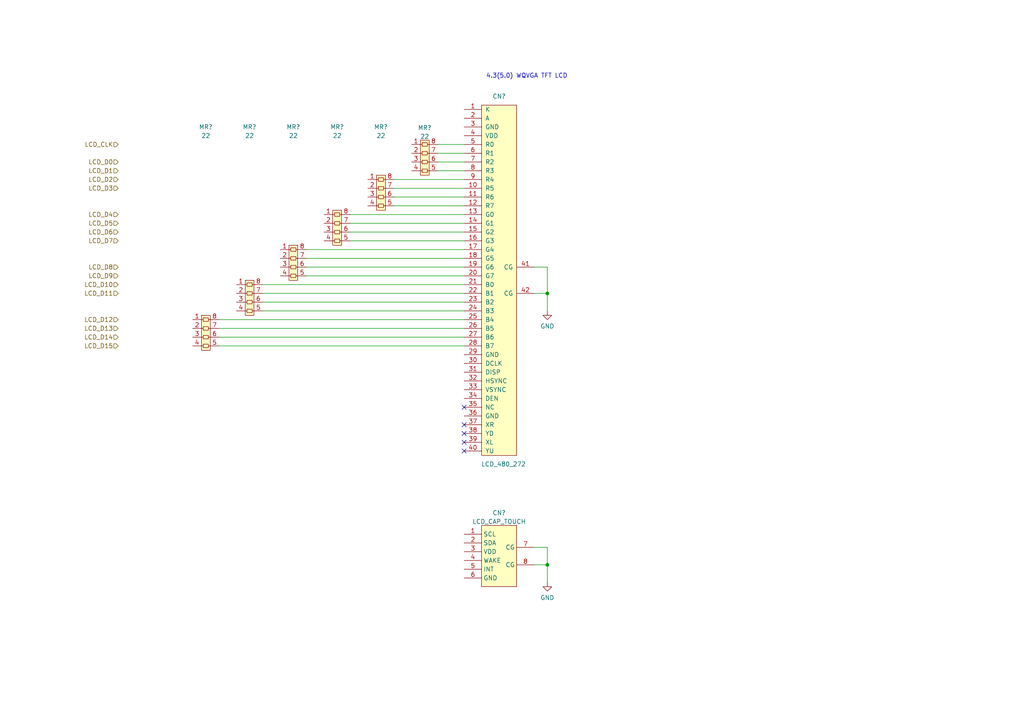
<source format=kicad_sch>
(kicad_sch (version 20211123) (generator eeschema)
  (paper "A4")
  (lib_symbols
    (symbol "Akizuki:LCD_480_272" (pin_names (offset 1.016))
      (property "Reference" "CN" (at -1.27 52.07 0))
      (property "Value" "LCD_480_272" (at -1.27 -52.07 0))
      (symbol "LCD_480_272_0_1"
        (rectangle (start -5.08 50.8) (end 5.08 -50.8) (fill (type background)))
      )
      (symbol "LCD_480_272_1_1"
        (pin input line (at -10.16 49.53 0) (length 5.08) (name "K") (number "1"))
        (pin input line (at -10.16 26.67 0) (length 5.08) (name "R5") (number "10"))
        (pin input line (at -10.16 24.13 0) (length 5.08) (name "R6") (number "11"))
        (pin input line (at -10.16 21.59 0) (length 5.08) (name "R7") (number "12"))
        (pin input line (at -10.16 19.05 0) (length 5.08) (name "G0") (number "13"))
        (pin input line (at -10.16 16.51 0) (length 5.08) (name "G1") (number "14"))
        (pin input line (at -10.16 13.97 0) (length 5.08) (name "G2") (number "15"))
        (pin input line (at -10.16 11.43 0) (length 5.08) (name "G3") (number "16"))
        (pin input line (at -10.16 8.89 0) (length 5.08) (name "G4") (number "17"))
        (pin input line (at -10.16 6.35 0) (length 5.08) (name "G5") (number "18"))
        (pin input line (at -10.16 3.81 0) (length 5.08) (name "G6") (number "19"))
        (pin input line (at -10.16 46.99 0) (length 5.08) (name "A") (number "2"))
        (pin input line (at -10.16 1.27 0) (length 5.08) (name "G7") (number "20"))
        (pin input line (at -10.16 -1.27 0) (length 5.08) (name "B0") (number "21"))
        (pin input line (at -10.16 -3.81 0) (length 5.08) (name "B1") (number "22"))
        (pin input line (at -10.16 -6.35 0) (length 5.08) (name "B2") (number "23"))
        (pin input line (at -10.16 -8.89 0) (length 5.08) (name "B3") (number "24"))
        (pin input line (at -10.16 -11.43 0) (length 5.08) (name "B4") (number "25"))
        (pin input line (at -10.16 -13.97 0) (length 5.08) (name "B5") (number "26"))
        (pin input line (at -10.16 -16.51 0) (length 5.08) (name "B6") (number "27"))
        (pin input line (at -10.16 -19.05 0) (length 5.08) (name "B7") (number "28"))
        (pin power_in line (at -10.16 -21.59 0) (length 5.08) (name "GND") (number "29"))
        (pin power_in line (at -10.16 44.45 0) (length 5.08) (name "GND") (number "3"))
        (pin input line (at -10.16 -24.13 0) (length 5.08) (name "DCLK") (number "30"))
        (pin input line (at -10.16 -26.67 0) (length 5.08) (name "DISP") (number "31"))
        (pin input line (at -10.16 -29.21 0) (length 5.08) (name "HSYNC") (number "32"))
        (pin input line (at -10.16 -31.75 0) (length 5.08) (name "VSYNC") (number "33"))
        (pin input line (at -10.16 -34.29 0) (length 5.08) (name "DEN") (number "34"))
        (pin input line (at -10.16 -36.83 0) (length 5.08) (name "NC") (number "35"))
        (pin power_in line (at -10.16 -39.37 0) (length 5.08) (name "GND") (number "36"))
        (pin input line (at -10.16 -41.91 0) (length 5.08) (name "XR") (number "37"))
        (pin input line (at -10.16 -44.45 0) (length 5.08) (name "YD") (number "38"))
        (pin input line (at -10.16 -46.99 0) (length 5.08) (name "XL") (number "39"))
        (pin power_in line (at -10.16 41.91 0) (length 5.08) (name "VDD") (number "4"))
        (pin input line (at -10.16 -49.53 0) (length 5.08) (name "YU") (number "40"))
        (pin passive line (at 10.16 3.81 180) (length 5.08) (name "CG") (number "41"))
        (pin passive line (at 10.16 -3.81 180) (length 5.08) (name "CG") (number "42"))
        (pin input line (at -10.16 39.37 0) (length 5.08) (name "R0") (number "5"))
        (pin input line (at -10.16 36.83 0) (length 5.08) (name "R1") (number "6"))
        (pin input line (at -10.16 34.29 0) (length 5.08) (name "R2") (number "7"))
        (pin input line (at -10.16 31.75 0) (length 5.08) (name "R3") (number "8"))
        (pin input line (at -10.16 29.21 0) (length 5.08) (name "R4") (number "9"))
      )
    )
    (symbol "Akizuki:LCD_CAP_TOUCH"
      (property "Reference" "CN" (at 0 10.16 0))
      (property "Value" "LCD_CAP_TOUCH" (at 0 -10.16 0))
      (symbol "LCD_CAP_TOUCH_0_1"
        (rectangle (start -5.08 8.89) (end 5.08 -8.89) (stroke (width 0.1524)) (fill (type background)))
      )
      (symbol "LCD_CAP_TOUCH_1_1"
        (pin input line (at -10.16 6.35 0) (length 5.08) (name "SCL") (number "1"))
        (pin bidirectional line (at -10.16 3.81 0) (length 5.08) (name "SDA") (number "2"))
        (pin power_in line (at -10.16 1.27 0) (length 5.08) (name "VDD") (number "3"))
        (pin input line (at -10.16 -1.27 0) (length 5.08) (name "WAKE") (number "4"))
        (pin input line (at -10.16 -3.81 0) (length 5.08) (name "INT") (number "5"))
        (pin power_in line (at -10.16 -6.35 0) (length 5.08) (name "GND") (number "6"))
        (pin passive line (at 10.16 2.54 180) (length 5.08) (name "CG") (number "7"))
        (pin passive line (at 10.16 -2.54 180) (length 5.08) (name "CG") (number "8"))
      )
    )
    (symbol "Akizuki:MR" (pin_names (offset 1.016))
      (property "Reference" "MR" (at 0 6.35 0))
      (property "Value" "MR" (at 0 -6.35 0))
      (symbol "MR_0_1"
        (rectangle (start -1.27 5.08) (end 1.27 -5.08) (fill (type background)))
        (rectangle (start -0.762 -3.302) (end 0.762 -4.318))
        (rectangle (start -0.762 -0.762) (end 0.762 -1.778))
        (rectangle (start -0.762 1.778) (end 0.762 0.762))
        (rectangle (start -0.762 4.318) (end 0.762 3.302))
        (polyline (pts (xy -1.27 -3.81) (xy -0.762 -3.81)))
        (polyline (pts (xy -1.27 -1.27) (xy -0.762 -1.27)))
        (polyline (pts (xy -1.27 1.27) (xy -0.762 1.27)))
        (polyline (pts (xy -1.27 3.81) (xy -0.762 3.81)))
        (polyline (pts (xy 0.762 -3.81) (xy 1.27 -3.81)))
        (polyline (pts (xy 0.762 -1.27) (xy 1.27 -1.27)))
        (polyline (pts (xy 0.762 1.27) (xy 1.27 1.27)))
        (polyline (pts (xy 0.762 3.81) (xy 1.27 3.81)))
      )
      (symbol "MR_1_1"
        (pin input line (at -3.81 3.81 0) (length 2.54) (name "~") (number "1"))
        (pin input line (at -3.81 1.27 0) (length 2.54) (name "~") (number "2"))
        (pin input line (at -3.81 -1.27 0) (length 2.54) (name "~") (number "3"))
        (pin input line (at -3.81 -3.81 0) (length 2.54) (name "~") (number "4"))
        (pin input line (at 3.81 -3.81 180) (length 2.54) (name "~") (number "5"))
        (pin input line (at 3.81 -1.27 180) (length 2.54) (name "~") (number "6"))
        (pin input line (at 3.81 1.27 180) (length 2.54) (name "~") (number "7"))
        (pin input line (at 3.81 3.81 180) (length 2.54) (name "~") (number "8"))
      )
    )
    (symbol "power:GND" (power) (pin_names (offset 0))
      (property "Value" "GND" (at 0 -3.81 0))
      (symbol "GND_0_1"
        (polyline (pts (xy 0 0) (xy 0 -1.27) (xy 1.27 -1.27) (xy 0 -2.54) (xy -1.27 -1.27) (xy 0 -1.27)))
      )
      (symbol "GND_1_1"
        (pin power_in line (at 0 0 270) (length 0) hide (name "GND") (number "1"))
      )
    )
  )
  (junction (at 158.75 163.83))
  (junction (at 158.75 85.09))
  (no_connect (at 134.62 123.19))
  (no_connect (at 134.62 118.11))
  (no_connect (at 134.62 125.73))
  (no_connect (at 134.62 128.27))
  (no_connect (at 134.62 130.81))
  (wire (pts (xy 76.2 82.55) (xy 134.62 82.55)))
  (wire (pts (xy 154.94 77.47) (xy 158.75 77.47)))
  (wire (pts (xy 134.62 59.69) (xy 114.3 59.69)))
  (wire (pts (xy 134.62 72.39) (xy 88.9 72.39)))
  (wire (pts (xy 158.75 158.75) (xy 158.75 163.83)))
  (wire (pts (xy 158.75 85.09) (xy 154.94 85.09)))
  (wire (pts (xy 134.62 77.47) (xy 88.9 77.47)))
  (wire (pts (xy 63.5 100.33) (xy 134.62 100.33)))
  (wire (pts (xy 114.3 57.15) (xy 134.62 57.15)))
  (wire (pts (xy 134.62 62.23) (xy 101.6 62.23)))
  (wire (pts (xy 88.9 74.93) (xy 134.62 74.93)))
  (wire (pts (xy 158.75 163.83) (xy 158.75 168.91)))
  (wire (pts (xy 76.2 87.63) (xy 134.62 87.63)))
  (wire (pts (xy 134.62 92.71) (xy 63.5 92.71)))
  (wire (pts (xy 88.9 80.01) (xy 134.62 80.01)))
  (wire (pts (xy 158.75 77.47) (xy 158.75 85.09)))
  (wire (pts (xy 158.75 163.83) (xy 154.94 163.83)))
  (wire (pts (xy 101.6 69.85) (xy 134.62 69.85)))
  (wire (pts (xy 134.62 67.31) (xy 101.6 67.31)))
  (wire (pts (xy 134.62 85.09) (xy 76.2 85.09)))
  (wire (pts (xy 127 41.91) (xy 134.62 41.91)))
  (wire (pts (xy 134.62 49.53) (xy 127 49.53)))
  (wire (pts (xy 134.62 54.61) (xy 114.3 54.61)))
  (wire (pts (xy 134.62 97.79) (xy 63.5 97.79)))
  (wire (pts (xy 127 46.99) (xy 134.62 46.99)))
  (wire (pts (xy 134.62 90.17) (xy 76.2 90.17)))
  (wire (pts (xy 63.5 95.25) (xy 134.62 95.25)))
  (wire (pts (xy 101.6 64.77) (xy 134.62 64.77)))
  (wire (pts (xy 114.3 52.07) (xy 134.62 52.07)))
  (wire (pts (xy 154.94 158.75) (xy 158.75 158.75)))
  (wire (pts (xy 158.75 85.09) (xy 158.75 90.17)))
  (wire (pts (xy 134.62 44.45) (xy 127 44.45)))
  (text "4.3(5.0) WQVGA TFT LCD" (at 140.97 22.86 0) (effects (font (size 1.27 1.27)) (justify left bottom)))
  (hierarchical_label "LCD_D2" (shape input) (at 34.29 52.07 180))
  (hierarchical_label "LCD_D15" (shape input) (at 34.29 100.33 180))
  (hierarchical_label "LCD_D8" (shape input) (at 34.29 77.47 180))
  (hierarchical_label "LCD_D4" (shape input) (at 34.29 62.23 180))
  (hierarchical_label "LCD_D1" (shape input) (at 34.29 49.53 180))
  (hierarchical_label "LCD_D14" (shape input) (at 34.29 97.79 180))
  (hierarchical_label "LCD_D11" (shape input) (at 34.29 85.09 180))
  (hierarchical_label "LCD_D0" (shape input) (at 34.29 46.99 180))
  (hierarchical_label "LCD_D6" (shape input) (at 34.29 67.31 180))
  (hierarchical_label "LCD_D3" (shape input) (at 34.29 54.61 180))
  (hierarchical_label "LCD_D5" (shape input) (at 34.29 64.77 180))
  (hierarchical_label "LCD_D9" (shape input) (at 34.29 80.01 180))
  (hierarchical_label "LCD_CLK" (shape input) (at 34.29 41.91 180))
  (hierarchical_label "LCD_D13" (shape input) (at 34.29 95.25 180))
  (hierarchical_label "LCD_D10" (shape input) (at 34.29 82.55 180))
  (hierarchical_label "LCD_D7" (shape input) (at 34.29 69.85 180))
  (hierarchical_label "LCD_D12" (shape input) (at 34.29 92.71 180))
  (symbol (lib_id "Akizuki:MR") (at 110.49 55.88 0) (unit 1)
    (property "Reference" "MR?" (at 110.49 36.83 0))
    (property "Value" "22" (at 110.49 39.37 0))
  )
  (symbol (lib_id "Akizuki:LCD_CAP_TOUCH") (at 144.78 161.29 0) (unit 1)
    (property "Reference" "CN?" (at 144.78 148.751 0))
    (property "Value" "LCD_CAP_TOUCH" (at 144.78 151.2879 0))
  )
  (symbol (lib_id "Akizuki:MR") (at 123.19 45.72 0) (unit 1)
    (property "Reference" "MR?" (at 123.19 37.0672 0))
    (property "Value" "22" (at 123.19 39.6041 0))
  )
  (symbol (lib_id "Akizuki:LCD_480_272") (at 144.78 81.28 0) (unit 1)
    (property "Reference" "CN?" (at 144.78 27.94 0))
    (property "Value" "LCD_480_272" (at 146.05 134.62 0))
  )
  (symbol (lib_id "power:GND") (at 158.75 90.17 0) (unit 1)
    (property "Reference" "#PWR?" (effects hide))
    (property "Value" "GND" (at 158.75 94.6134 0))
  )
  (symbol (lib_id "Akizuki:MR") (at 72.39 86.36 0) (unit 1)
    (property "Reference" "MR?" (at 72.39 36.83 0))
    (property "Value" "22" (at 72.39 39.37 0))
  )
  (symbol (lib_id "Akizuki:MR") (at 97.79 66.04 0) (unit 1)
    (property "Reference" "MR?" (at 97.79 36.83 0))
    (property "Value" "22" (at 97.79 39.37 0))
  )
  (symbol (lib_id "Akizuki:MR") (at 85.09 76.2 0) (unit 1)
    (property "Reference" "MR?" (at 85.09 36.83 0))
    (property "Value" "22" (at 85.09 39.37 0))
  )
  (symbol (lib_id "Akizuki:MR") (at 59.69 96.52 0) (unit 1)
    (property "Reference" "MR?" (at 59.69 36.83 0))
    (property "Value" "22" (at 59.69 39.37 0))
  )
  (symbol (lib_id "power:GND") (at 158.75 168.91 0) (unit 1)
    (property "Reference" "#PWR?" (effects hide))
    (property "Value" "GND" (at 158.75 173.3534 0))
  )
)
</source>
